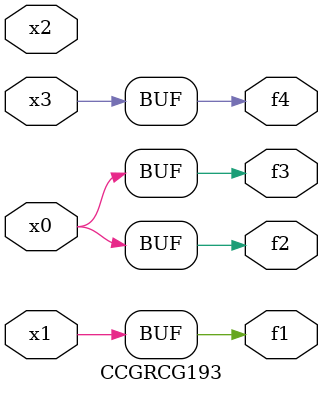
<source format=v>
module CCGRCG193(
	input x0, x1, x2, x3,
	output f1, f2, f3, f4
);
	assign f1 = x1;
	assign f2 = x0;
	assign f3 = x0;
	assign f4 = x3;
endmodule

</source>
